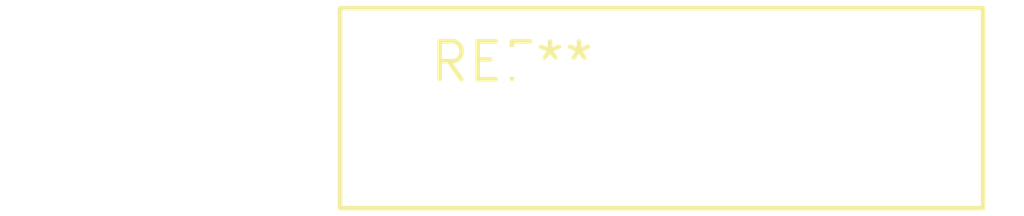
<source format=kicad_pcb>
(kicad_pcb (version 20240108) (generator pcbnew)
  (layers (0 "F.Cu" signal) (31 "B.Cu" signal) (34 "B.Paste" user) (35 "F.Paste" user) (36 "B.SilkS" user "B.Silkscreen") (37 "F.SilkS" user "F.Silkscreen") (38 "B.Mask" user) (39 "F.Mask" user) (44 "Edge.Cuts" user))
  (net 0 "")
  (footprint "RV_Disc_D21.5mm_W6.7mm_P10mm" (layer "F.Cu") (at 0 0)
    (property "Reference" "REF**")
    (property "Value" "RV_Disc_D21.5mm_W6.7mm_P10mm")
    (fp_line (start -5.75 -1.8) (end -5.75 4.9) (layer "F.SilkS") (stroke (width 0.15)))
    (fp_line (start -5.75 -1.8) (end 15.75 -1.8) (layer "F.SilkS") (stroke (width 0.15)))
    (fp_line (start -5.75 4.9) (end 15.75 4.9) (layer "F.SilkS") (stroke (width 0.15)))
    (fp_line (start 15.75 -1.8) (end 15.75 4.9) (layer "F.SilkS") (stroke (width 0.15)))
    (pad "1" thru_hole circle (at 0 0) (size 2 2) (drill 1) (layers *.Cu *.Mask) (remove_unused_layers))
    (pad "2" thru_hole circle (at 10 3.1) (size 2 2) (drill 1) (layers *.Cu *.Mask) (remove_unused_layers))
  )
)
</source>
